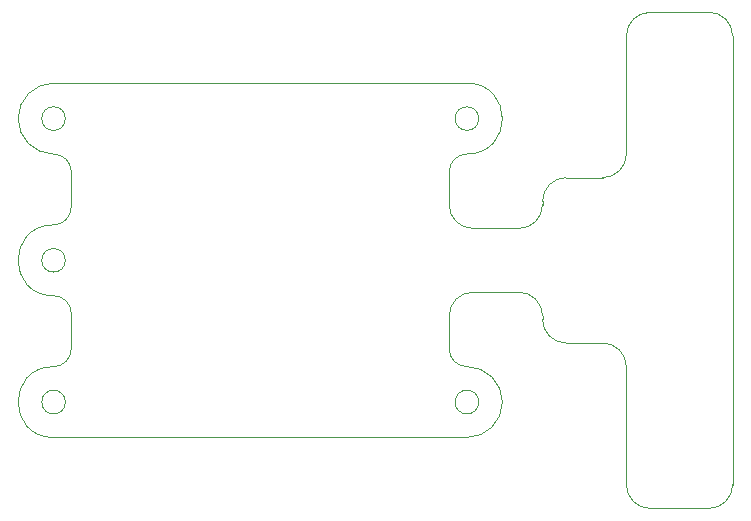
<source format=gbr>
%TF.GenerationSoftware,KiCad,Pcbnew,8.0.8-8.0.8-0~ubuntu24.04.1*%
%TF.CreationDate,2025-02-27T17:22:47+00:00*%
%TF.ProjectId,customSquare16x16mini,63757374-6f6d-4537-9175-617265313678,rev?*%
%TF.SameCoordinates,Original*%
%TF.FileFunction,Profile,NP*%
%FSLAX46Y46*%
G04 Gerber Fmt 4.6, Leading zero omitted, Abs format (unit mm)*
G04 Created by KiCad (PCBNEW 8.0.8-8.0.8-0~ubuntu24.04.1) date 2025-02-27 17:22:47*
%MOMM*%
%LPD*%
G01*
G04 APERTURE LIST*
%TA.AperFunction,Profile*%
%ADD10C,0.038100*%
%TD*%
G04 APERTURE END LIST*
D10*
X98750000Y-122250000D02*
G75*
G02*
X97250000Y-123750000I-1500000J0D01*
G01*
X152750000Y-93750000D02*
G75*
G02*
X154750000Y-95750000I0J-2000000D01*
G01*
X130750000Y-122250001D02*
X130750000Y-119449998D01*
X98750000Y-110249999D02*
G75*
G02*
X97250000Y-111750000I-1500000J-1D01*
G01*
X138650000Y-119450000D02*
X138650000Y-119750004D01*
X133250001Y-126750000D02*
G75*
G02*
X131249999Y-126750000I-1000001J0D01*
G01*
X131249999Y-126750000D02*
G75*
G02*
X133250001Y-126750000I1000001J0D01*
G01*
X132250000Y-99750000D02*
G75*
G02*
X132250000Y-105750000I0J-3000000D01*
G01*
X97250000Y-117750001D02*
G75*
G02*
X97250000Y-111749999I0J3000001D01*
G01*
X130750000Y-119449998D02*
G75*
G02*
X132750000Y-117450000I2000000J-2D01*
G01*
X147750000Y-135750004D02*
G75*
G02*
X145749996Y-133750004I0J2000004D01*
G01*
X140650000Y-121750004D02*
G75*
G02*
X138649996Y-119750004I0J2000004D01*
G01*
X138650000Y-109750000D02*
G75*
G02*
X140650000Y-107750000I2000000J0D01*
G01*
X132750000Y-112050002D02*
G75*
G02*
X130749998Y-110050002I0J2000002D01*
G01*
X130750000Y-110050002D02*
X130750000Y-107250000D01*
X132249999Y-123750002D02*
G75*
G02*
X132250000Y-129749998I1J-2999998D01*
G01*
X143750000Y-121750004D02*
G75*
G02*
X145749996Y-123750004I0J-1999996D01*
G01*
X97250001Y-99750002D02*
X132250000Y-99750005D01*
X97250000Y-129750000D02*
G75*
G02*
X97250000Y-123750000I0J3000000D01*
G01*
X97250001Y-105750001D02*
G75*
G02*
X97250001Y-99749999I-1J3000001D01*
G01*
X98250001Y-102750003D02*
G75*
G02*
X96249999Y-102750003I-1000001J0D01*
G01*
X96249999Y-102750003D02*
G75*
G02*
X98250001Y-102750003I1000001J0D01*
G01*
X97250001Y-105750001D02*
G75*
G02*
X98749999Y-107250001I-1J-1499999D01*
G01*
X133250000Y-102750001D02*
G75*
G02*
X131250000Y-102750001I-1000000J0D01*
G01*
X131250000Y-102750001D02*
G75*
G02*
X133250000Y-102750001I1000000J0D01*
G01*
X145750000Y-105750000D02*
G75*
G02*
X143750000Y-107750000I-2000000J0D01*
G01*
X98250000Y-126750000D02*
G75*
G02*
X96250000Y-126750000I-1000000J0D01*
G01*
X96250000Y-126750000D02*
G75*
G02*
X98250000Y-126750000I1000000J0D01*
G01*
X154750000Y-95750000D02*
X154750000Y-133750004D01*
X147750000Y-93750000D02*
X152750000Y-93750000D01*
X140650000Y-107750000D02*
X143750000Y-107750000D01*
X98750000Y-110249999D02*
X98750000Y-107250001D01*
X130750000Y-107250000D02*
G75*
G02*
X132250000Y-105750000I1500000J0D01*
G01*
X136650000Y-117450000D02*
G75*
G02*
X138650000Y-119450000I0J-2000000D01*
G01*
X98750000Y-122250000D02*
X98750000Y-119249999D01*
X145750000Y-95750000D02*
G75*
G02*
X147750000Y-93750000I2000000J0D01*
G01*
X145750000Y-123750004D02*
X145750000Y-133750004D01*
X132750000Y-117449998D02*
X136650000Y-117450000D01*
X138650000Y-110050000D02*
G75*
G02*
X136650000Y-112050000I-2000000J0D01*
G01*
X132250000Y-129750003D02*
X97250000Y-129750000D01*
X140650000Y-121750004D02*
X143750000Y-121750004D01*
X145750000Y-105750000D02*
X145750000Y-95750000D01*
X98250001Y-114750000D02*
G75*
G02*
X96249999Y-114750000I-1000001J0D01*
G01*
X96249999Y-114750000D02*
G75*
G02*
X98250001Y-114750000I1000001J0D01*
G01*
X154750000Y-133750004D02*
G75*
G02*
X152750000Y-135750000I-2000000J4D01*
G01*
X132750000Y-112050002D02*
X136650000Y-112050000D01*
X138650000Y-110050000D02*
X138650000Y-109750000D01*
X132249999Y-123750002D02*
G75*
G02*
X130749998Y-122250001I1J1500002D01*
G01*
X97250000Y-117750001D02*
G75*
G02*
X98749999Y-119249999I0J-1499999D01*
G01*
X147750000Y-135750004D02*
X152750000Y-135750004D01*
M02*

</source>
